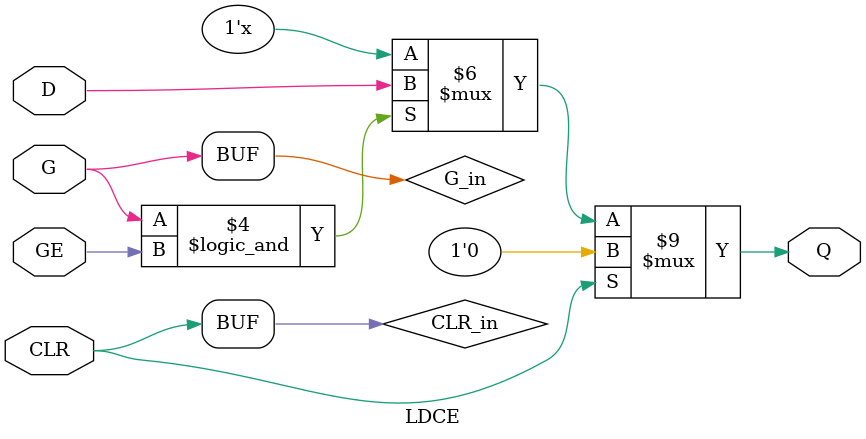
<source format=v>


module IBUF(O, I);
   output O;
   input  I;
   assign O = I;
endmodule

module OBUF(O, I);
   output O;
   input  I;
   assign O = I;
endmodule

module OBUFT(O, I, T);
   output O;
   input  I, T;
   assign O = T ? 1'bz : I;
endmodule

module GND(G);
   output G;
   assign G = 0;
endmodule

module INV(O, I);
   input I;
   output O;
   assign O = !I;
endmodule

module LUT1(O, I0);
   parameter INIT = 0;
   input I0;
   wire [1:0] lutdata = INIT;
   wire [0:0] idx = { I0 };
   output     O;
   assign O = lutdata[idx];
endmodule

module LUT2(O, I0, I1);
   parameter INIT = 0;
   input I0, I1;
   wire [3:0] lutdata = INIT;
   wire [1:0] idx = { I1, I0 };
   output     O;
   assign O = lutdata[idx];
endmodule

module LUT3(O, I0, I1, I2);
   parameter INIT = 0;
   input I0, I1, I2;
   wire [7:0] lutdata = INIT;
   wire [2:0] idx = { I2, I1, I0 };
   output     O;
   assign O = lutdata[idx];
endmodule

module LUT4(O, I0, I1, I2, I3);
   parameter INIT = 0;
   input I0, I1, I2, I3;
   wire [15:0] lutdata = INIT;
   wire [3:0]  idx = { I3, I2, I1, I0 };
   output      O;
   assign O = lutdata[idx];
endmodule

module LUT5(O, I0, I1, I2, I3, I4);
   parameter INIT = 0;
   input I0, I1, I2, I3, I4;
   wire [31:0] lutdata = INIT;
   wire [4:0]  idx = { I4, I3, I2, I1, I0 };
   output      O;
   assign O = lutdata[idx];
endmodule

module LUT6(O, I0, I1, I2, I3, I4, I5);
   parameter INIT = 0;
   input I0, I1, I2, I3, I4, I5;
   wire [63:0] lutdata = INIT;
   wire [5:0]  idx = { I5, I4, I3, I2, I1, I0 };
   output      O;
   assign O = lutdata[idx];
endmodule

module MUXCY(O, CI, DI, S);
   input CI, DI, S;
   output O;
   assign O = S ? CI : DI;
endmodule

module MUXF7(O, I0, I1, S);
   input I0, I1, S;
   output O;
   assign O = S ? I1 : I0;
endmodule

module MUXF8(O, I0, I1, S);
   input I0, I1, S;
   output O;
   assign O = S ? I1 : I0;
endmodule

module VCC(P);
   output P;
   assign P = 1;
endmodule

module XORCY(O, CI, LI);
   input CI, LI;
   output O;
   assign O = CI ^ LI;
endmodule

module CARRY4(CO, O, CI, CYINIT, DI, S);
   output [3:0] CO, O;
   input        CI, CYINIT;
   input [3:0]  DI, S;
   wire         ci_or_cyinit;
   assign O = S ^ {CO[2:0], ci_or_cyinit};
   assign CO[0] = S[0] ? ci_or_cyinit : DI[0];
   assign CO[1] = S[1] ? CO[0] : DI[1];
   assign CO[2] = S[2] ? CO[1] : DI[2];
   assign CO[3] = S[3] ? CO[2] : DI[3];
   assign ci_or_cyinit = CI | CYINIT;
endmodule

module LDCE (Q, CLR, D, G, GE);
   parameter [0:0] INIT = 1'b0;
   parameter [0:0] IS_CLR_INVERTED = 1'b0;
   parameter [0:0] IS_G_INVERTED = 1'b0;

   output Q;
   reg    Q = INIT;

   input  CLR, D, G, GE;
   wire   CLR_in, G_in;

   assign CLR_in = IS_CLR_INVERTED ^ CLR;
   assign G_in = IS_G_INVERTED ^ G;

   always @( CLR_in or D or G_in or GE)
     if (CLR_in)
       Q <= 0;
     else if (G_in && GE)
       Q <= D;
endmodule

</source>
